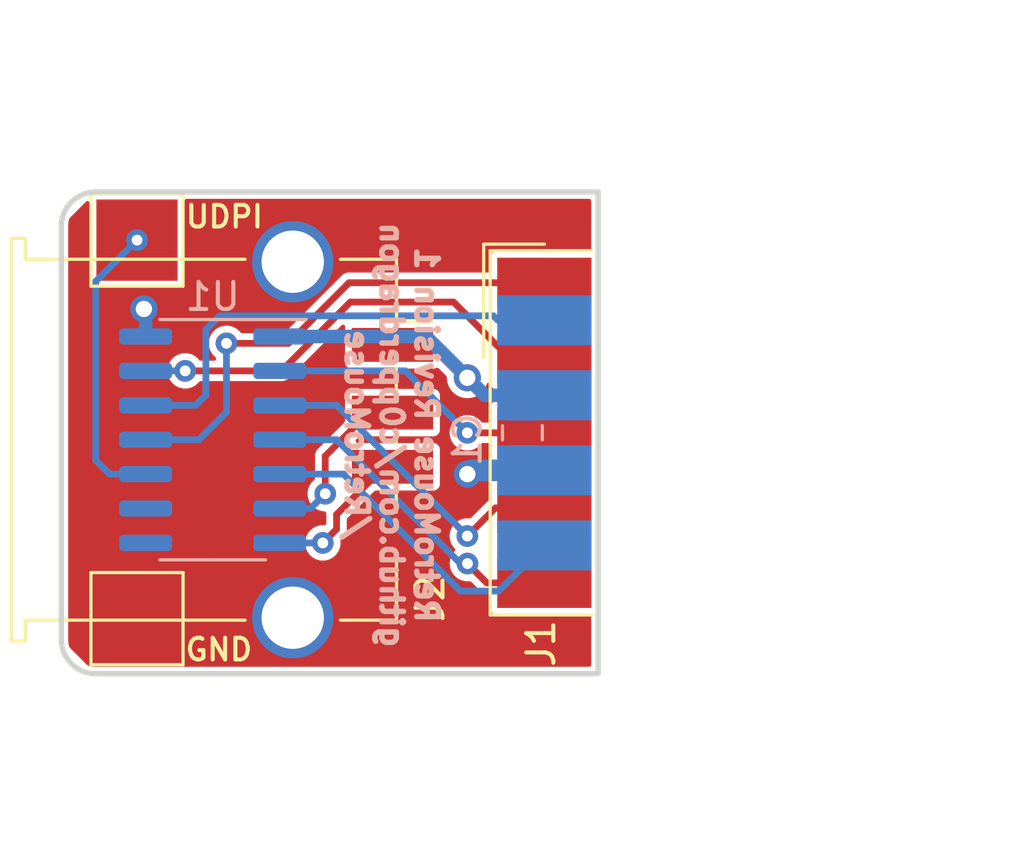
<source format=kicad_pcb>
(kicad_pcb (version 20211014) (generator pcbnew)
  (title_block (title "RetroMouse") (rev "1"))
  (layers (0 "F.Cu" signal) (31 "B.Cu" signal) (34 "B.Paste" user) (35 "F.Paste" user) (36 "B.SilkS" user "B.Silkscreen") (37 "F.SilkS" user "F.Silkscreen") (38 "B.Mask" user) (39 "F.Mask" user) (44 "Edge.Cuts" user))
  (net 0 "")
  (net 1 "+5V")
  (net 2 "GND")
  (net 3 "Net-(J1-Pad1)")
  (net 4 "Net-(J1-Pad2)")
  (net 5 "Net-(J1-Pad3)")
  (net 6 "Net-(J1-Pad4)")
  (net 7 "Net-(J1-Pad5)")
  (net 8 "Net-(J1-Pad6)")
  (net 9 "Net-(J1-Pad9)")
  (net 10 "/DATA")
  (net 11 "/CLOCK")
  (net 14 "/UDPI")
  (footprint "TestPoint:TestPoint_Pad_3.0x3.0mm" (layer "F.Cu") (at 160.782 98.298)
    (fp_text reference "J3" hide)
    (fp_text value "Conn_01x01")
    (fp_text user "GND" (at 3.0226 1.143) (layer "F.SilkS") (effects (font (size 0.8 0.8))))
    (fp_line (start -1.7 1.7) (end -1.7 -1.7) (layer "F.SilkS") (width 0.12))
    (fp_line (start 1.7 -1.7) (end 1.7 1.7) (layer "F.SilkS") (width 0.12))
    (fp_line (start 1.7 1.7) (end -1.7 1.7) (layer "F.SilkS") (width 0.12))
    (fp_line (start -1.7 -1.7) (end 1.7 -1.7) (layer "F.SilkS") (width 0.12))
    (pad "1" smd rect (at 0 0) (size 3 3) (layers "F.Cu" "F.Mask") (net 2 "GND"))
  )
  (footprint "Connector_Dsub:DSUB-9_Female_EdgeMount_P2.77mm" (layer "F.Cu") (at 175.8175 91.44 90)
    (fp_text reference "J1" (at -7.7724 -0.1257 90) (layer "F.SilkS"))
    (fp_text value "DB9_Female")
    (fp_line (start 6.963333 0) (end 6.963333 -2.24) (layer "F.SilkS") (width 0.12))
    (fp_line (start -6.723333 -2) (end -6.723333 1.74) (layer "F.SilkS") (width 0.12))
    (fp_line (start 6.723333 1.74) (end 6.723333 -2) (layer "F.SilkS") (width 0.12))
    (fp_line (start 6.963333 -2.24) (end 2.77 -2.24) (layer "F.SilkS") (width 0.12))
    (fp_line (start 6.723333 -2) (end -6.723333 -2) (layer "F.SilkS") (width 0.12))
    (pad "1" smd rect (at 5.54 0 90) (size 1.846667 3.48) (layers "F.Cu" "F.Paste" "F.Mask") (net 3 "Net-(J1-Pad1)"))
    (pad "2" smd rect (at 2.77 0 90) (size 1.846667 3.48) (layers "F.Cu" "F.Paste" "F.Mask") (net 4 "Net-(J1-Pad2)"))
    (pad "3" smd rect (at 0 0 90) (size 1.846667 3.48) (layers "F.Cu" "F.Paste" "F.Mask") (net 5 "Net-(J1-Pad3)"))
    (pad "4" smd rect (at -2.77 0 90) (size 1.846667 3.48) (layers "F.Cu" "F.Paste" "F.Mask") (net 6 "Net-(J1-Pad4)"))
    (pad "5" smd rect (at -5.54 0 90) (size 1.846667 3.48) (layers "F.Cu" "F.Paste" "F.Mask") (net 7 "Net-(J1-Pad5)"))
    (pad "6" smd rect (at 4.155 0 90) (size 1.846667 3.48) (layers "B.Cu" "B.Paste" "B.Mask") (net 8 "Net-(J1-Pad6)"))
    (pad "7" smd rect (at 1.385 0 90) (size 1.846667 3.48) (layers "B.Cu" "B.Paste" "B.Mask") (net 1 "+5V"))
    (pad "8" smd rect (at -1.385 0 90) (size 1.846667 3.48) (layers "B.Cu" "B.Paste" "B.Mask") (net 2 "GND"))
    (pad "9" smd rect (at -4.155 0 90) (size 1.846667 3.48) (layers "B.Cu" "B.Paste" "B.Mask") (net 9 "Net-(J1-Pad9)"))
  )
  (footprint "Connector_USB:USB_A_TE_292303-7_Horizontal" (layer "F.Cu") (at 163.83 91.694 -90)
    (fp_text reference "J2" (at 5.8674 -7.7724 90) (layer "F.SilkS"))
    (fp_text value "USB_A")
    (fp_line (start -2.67 -6.52) (end -1.85 -6.52) (layer "F.SilkS") (width 0.12))
    (fp_line (start 7.43 7.17) (end 6.66 7.17) (layer "F.SilkS") (width 0.12))
    (fp_line (start 7.43 7.69) (end 7.43 7.17) (layer "F.SilkS") (width 0.12))
    (fp_line (start -7.43 7.69) (end 7.43 7.69) (layer "F.SilkS") (width 0.12))
    (fp_line (start -4.35 -7.82) (end -4.35 -6.53) (layer "F.SilkS") (width 0.12))
    (fp_line (start 1.85 -6.52) (end 2.67 -6.52) (layer "F.SilkS") (width 0.12))
    (fp_line (start -6.66 7.17) (end -6.66 -0.94) (layer "F.SilkS") (width 0.12))
    (fp_line (start 6.66 -0.94) (end 6.66 7.17) (layer "F.SilkS") (width 0.12))
    (fp_line (start -7.43 7.17) (end -7.43 7.69) (layer "F.SilkS") (width 0.12))
    (fp_line (start -6.66 -6.53) (end -4.35 -6.53) (layer "F.SilkS") (width 0.12))
    (fp_line (start 4.35 -6.53) (end 6.66 -6.53) (layer "F.SilkS") (width 0.12))
    (fp_line (start -0.17 -6.52) (end 0.17 -6.52) (layer "F.SilkS") (width 0.12))
    (fp_line (start -6.66 -6.53) (end -6.66 -4.46) (layer "F.SilkS") (width 0.12))
    (fp_line (start 6.66 -6.53) (end 6.66 -4.46) (layer "F.SilkS") (width 0.12))
    (fp_line (start -6.66 7.17) (end -7.43 7.17) (layer "F.SilkS") (width 0.12))
    (pad "1" smd rect (at -3.5 -6.38 270) (size 1.25 3) (layers "F.Cu" "F.Paste" "F.Mask") (net 1 "+5V"))
    (pad "2" smd rect (at -1 -6.38 270) (size 1.25 3) (layers "F.Cu" "F.Paste" "F.Mask") (net 10 "/DATA"))
    (pad "3" smd rect (at 1 -6.38 270) (size 1.25 3) (layers "F.Cu" "F.Paste" "F.Mask") (net 11 "/CLOCK"))
    (pad "4" smd rect (at 3.5 -6.38 270) (size 1.25 3) (layers "F.Cu" "F.Paste" "F.Mask") (net 2 "GND"))
    (pad "5" thru_hole circle (at -6.57 -2.7 270) (size 3 3) (drill 2.3) (layers *.Cu *.Mask) (net 2 "GND"))
    (pad "5" thru_hole circle (at 6.57 -2.7 270) (size 3 3) (drill 2.3) (layers *.Cu *.Mask) (net 2 "GND"))
  )
  (footprint "TestPoint:TestPoint_Pad_3.0x3.0mm" (layer "F.Cu") (at 160.782 84.328)
    (fp_text reference "J4" hide)
    (fp_text value "Conn_01x01")
    (fp_text user "UDPI" (at 3.2258 -0.8636) (layer "F.SilkS") (effects (font (size 0.8 0.8))))
    (fp_line (start -1.7 -1.7) (end 1.7 -1.7) (layer "F.SilkS") (width 0.12))
    (fp_line (start -1.7 1.7) (end -1.7 -1.7) (layer "F.SilkS") (width 0.12))
    (fp_line (start 1.7 -1.7) (end 1.7 1.7) (layer "F.SilkS") (width 0.12))
    (fp_line (start 1.7 1.7) (end -1.7 1.7) (layer "F.SilkS") (width 0.12))
    (pad "1" smd rect (at 0 0) (size 3 3) (layers "F.Cu" "F.Mask") (net 14 "/UDPI"))
  )
  (footprint "Capacitor_SMD:C_0805_2012Metric_Pad1.18x1.45mm_HandSolder" (layer "B.Cu") (at 175.006 91.44 -90)
    (fp_text reference "C1" (at 0.254 2.032 90) (layer "B.SilkS") (effects (justify mirror)))
    (fp_text value "10uF")
    (fp_line (start -0.261252 0.735) (end 0.261252 0.735) (layer "B.SilkS") (width 0.12))
    (fp_line (start -0.261252 -0.735) (end 0.261252 -0.735) (layer "B.SilkS") (width 0.12))
    (pad "1" smd roundrect (at -1.0375 0 270) (size 1.175 1.45) (layers "B.Cu" "B.Paste" "B.Mask") (roundrect_rratio 0.2127659574) (net 1 "+5V"))
    (pad "2" smd roundrect (at 1.0375 0 270) (size 1.175 1.45) (layers "B.Cu" "B.Paste" "B.Mask") (roundrect_rratio 0.2127659574) (net 2 "GND"))
  )
  (footprint "Package_SO:SOIC-14_3.9x8.7mm_P1.27mm" (layer "B.Cu") (at 163.576 91.694 180)
    (fp_text reference "U1" (at 0 5.28) (layer "B.SilkS") (effects (justify mirror)))
    (fp_text value "ATtiny1604-SS")
    (fp_line (start 0 4.435) (end 1.95 4.435) (layer "B.SilkS") (width 0.12))
    (fp_line (start 0 -4.435) (end 1.95 -4.435) (layer "B.SilkS") (width 0.12))
    (fp_line (start 0 4.435) (end -3.45 4.435) (layer "B.SilkS") (width 0.12))
    (fp_line (start 0 -4.435) (end -1.95 -4.435) (layer "B.SilkS") (width 0.12))
    (pad "1" smd roundrect (at -2.475 3.81 180) (size 1.95 0.6) (layers "B.Cu" "B.Paste" "B.Mask") (net 1 "+5V"))
    (pad "2" smd roundrect (at -2.475 2.54 180) (size 1.95 0.6) (layers "B.Cu" "B.Paste" "B.Mask") (net 5 "Net-(J1-Pad3)"))
    (pad "3" smd roundrect (at -2.475 1.27 180) (size 1.95 0.6) (layers "B.Cu" "B.Paste" "B.Mask") (net 6 "Net-(J1-Pad4)"))
    (pad "4" smd roundrect (at -2.475 0 180) (size 1.95 0.6) (layers "B.Cu" "B.Paste" "B.Mask") (net 7 "Net-(J1-Pad5)"))
    (pad "5" smd roundrect (at -2.475 -1.27 180) (size 1.95 0.6) (layers "B.Cu" "B.Paste" "B.Mask") (net 9 "Net-(J1-Pad9)"))
    (pad "6" smd roundrect (at -2.475 -2.54 180) (size 1.95 0.6) (layers "B.Cu" "B.Paste" "B.Mask") (net 10 "/DATA"))
    (pad "7" smd roundrect (at -2.475 -3.81 180) (size 1.95 0.6) (layers "B.Cu" "B.Paste" "B.Mask") (net 11 "/CLOCK"))
    (pad "8" smd roundrect (at 2.475 -3.81 180) (size 1.95 0.6) (layers "B.Cu" "B.Paste" "B.Mask"))
    (pad "9" smd roundrect (at 2.475 -2.54 180) (size 1.95 0.6) (layers "B.Cu" "B.Paste" "B.Mask"))
    (pad "10" smd roundrect (at 2.475 -1.27 180) (size 1.95 0.6) (layers "B.Cu" "B.Paste" "B.Mask") (net 14 "/UDPI"))
    (pad "11" smd roundrect (at 2.475 0 180) (size 1.95 0.6) (layers "B.Cu" "B.Paste" "B.Mask") (net 3 "Net-(J1-Pad1)"))
    (pad "12" smd roundrect (at 2.475 1.27 180) (size 1.95 0.6) (layers "B.Cu" "B.Paste" "B.Mask") (net 8 "Net-(J1-Pad6)"))
    (pad "13" smd roundrect (at 2.475 2.54 180) (size 1.95 0.6) (layers "B.Cu" "B.Paste" "B.Mask") (net 4 "Net-(J1-Pad2)"))
    (pad "14" smd roundrect (at 2.475 3.81 180) (size 1.95 0.6) (layers "B.Cu" "B.Paste" "B.Mask") (net 2 "GND"))
  )
  (gr_arc (start 157.988 83.82) (mid 158.359974 82.921974) (end 159.258 82.55) (layer "Edge.Cuts") (width 0.2))
  (gr_line (start 157.988 99.06) (end 157.988 83.82) (layer "Edge.Cuts") (width 0.2))
  (gr_arc (start 159.258 100.33) (mid 158.359974 99.958026) (end 157.988 99.06) (layer "Edge.Cuts") (width 0.2))
  (gr_line (start 177.8 82.55) (end 177.8 100.33) (layer "Edge.Cuts") (width 0.2))
  (gr_line (start 177.8 82.55) (end 159.258 82.55) (layer "Edge.Cuts") (width 0.2))
  (gr_line (start 177.8 100.33) (end 159.258 100.33) (layer "Edge.Cuts") (width 0.2))
  (gr_text "RetroMouse Revision 1\ngithub.com/c0pperdragon\n/RetroMouse" (at 170.18 91.5162 -90) (layer "B.SilkS") (effects (font (size 0.8 0.8) (thickness 0.2)) (justify mirror)))
  (segment (start 171.76 88.194) (end 170.21 88.194) (width 0.5) (layer "F.Cu") (net 1))
  (segment (start 172.974 89.408) (end 171.76 88.194) (width 0.5) (layer "F.Cu") (net 1))
  (via (at 172.974 89.408) (size 1) (drill 0.6) (layers "F.Cu" "B.Cu") (net 1))
  (segment (start 166.37 87.884) (end 171.45 87.884) (width 0.5) (layer "B.Cu") (net 1))
  (segment (start 173.621 90.055) (end 175.8175 90.055) (width 0.5) (layer "B.Cu") (net 1))
  (segment (start 172.974 89.408) (end 173.621 90.055) (width 0.5) (layer "B.Cu") (net 1))
  (segment (start 166.37 87.884) (end 166.051 87.884) (width 0.25) (layer "B.Cu") (net 1))
  (segment (start 171.45 87.884) (end 172.974 89.408) (width 0.5) (layer "B.Cu") (net 1))
  (via (at 172.974 92.964) (size 1) (drill 0.6) (layers "F.Cu" "B.Cu") (net 2))
  (via (at 161.036 86.868) (size 1) (drill 0.6) (layers "F.Cu" "B.Cu") (net 2))
  (segment (start 172.974 92.964) (end 173.113 92.825) (width 0.25) (layer "B.Cu") (net 2))
  (segment (start 161.036 86.744) (end 161.036 86.868) (width 0.25) (layer "B.Cu") (net 2))
  (segment (start 173.113 92.825) (end 175.8175 92.825) (width 0.8) (layer "B.Cu") (net 2))
  (segment (start 161.101 86.679) (end 161.036 86.744) (width 0.25) (layer "B.Cu") (net 2))
  (segment (start 161.101 87.884) (end 161.101 86.679) (width 0.5) (layer "B.Cu") (net 2))
  (segment (start 166.37 88.138) (end 168.608 85.9) (width 0.25) (layer "F.Cu") (net 3))
  (segment (start 168.608 85.9) (end 175.8175 85.9) (width 0.25) (layer "F.Cu") (net 3))
  (segment (start 164.084 88.138) (end 166.37 88.138) (width 0.25) (layer "F.Cu") (net 3))
  (via (at 164.084 88.138) (size 0.8) (drill 0.4) (layers "F.Cu" "B.Cu") (net 3))
  (segment (start 163.068 91.694) (end 161.101 91.694) (width 0.25) (layer "B.Cu") (net 3))
  (segment (start 164.084 88.138) (end 164.084 90.678) (width 0.25) (layer "B.Cu") (net 3))
  (segment (start 164.084 90.678) (end 163.068 91.694) (width 0.25) (layer "B.Cu") (net 3))
  (segment (start 168.656 86.614) (end 172.466 86.614) (width 0.25) (layer "F.Cu") (net 4))
  (segment (start 172.466 86.614) (end 174.522 88.67) (width 0.25) (layer "F.Cu") (net 4))
  (segment (start 162.56 89.154) (end 166.116 89.154) (width 0.25) (layer "F.Cu") (net 4))
  (segment (start 174.522 88.67) (end 175.8175 88.67) (width 0.25) (layer "F.Cu") (net 4))
  (segment (start 166.116 89.154) (end 168.656 86.614) (width 0.25) (layer "F.Cu") (net 4))
  (via (at 162.56 89.154) (size 0.8) (drill 0.4) (layers "F.Cu" "B.Cu") (net 4))
  (segment (start 162.56 89.154) (end 161.101 89.154) (width 0.25) (layer "B.Cu") (net 4))
  (segment (start 172.974 91.44) (end 175.8175 91.44) (width 0.25) (layer "F.Cu") (net 5))
  (via (at 172.974 91.44) (size 0.8) (drill 0.4) (layers "F.Cu" "B.Cu") (net 5))
  (segment (start 170.688 89.154) (end 172.974 91.44) (width 0.25) (layer "B.Cu") (net 5))
  (segment (start 166.051 89.154) (end 170.688 89.154) (width 0.25) (layer "B.Cu") (net 5))
  (segment (start 174.014 94.21) (end 175.8175 94.21) (width 0.25) (layer "F.Cu") (net 6))
  (segment (start 172.974 95.25) (end 174.014 94.21) (width 0.25) (layer "F.Cu") (net 6))
  (via (at 172.974 95.25) (size 0.8) (drill 0.4) (layers "F.Cu" "B.Cu") (net 6))
  (segment (start 168.148 90.424) (end 166.051 90.424) (width 0.25) (layer "B.Cu") (net 6))
  (segment (start 172.974 95.25) (end 168.148 90.424) (width 0.25) (layer "B.Cu") (net 6))
  (segment (start 173.692299 96.98) (end 175.8175 96.98) (width 0.25) (layer "F.Cu") (net 7))
  (segment (start 172.978299 96.266) (end 173.692299 96.98) (width 0.25) (layer "F.Cu") (net 7))
  (via (at 172.978299 96.266) (size 0.8) (drill 0.4) (layers "F.Cu" "B.Cu") (net 7))
  (segment (start 172.72 96.266) (end 168.148 91.694) (width 0.25) (layer "B.Cu") (net 7))
  (segment (start 168.148 91.694) (end 166.051 91.694) (width 0.25) (layer "B.Cu") (net 7))
  (segment (start 172.978299 96.266) (end 172.72 96.266) (width 0.25) (layer "B.Cu") (net 7))
  (segment (start 162.941 90.424) (end 163.322 90.043) (width 0.25) (layer "B.Cu") (net 8))
  (segment (start 163.83 87.122) (end 173.936299 87.122) (width 0.25) (layer "B.Cu") (net 8))
  (segment (start 173.936299 87.122) (end 174.099299 87.285) (width 0.25) (layer "B.Cu") (net 8))
  (segment (start 163.322 90.043) (end 163.322 87.63) (width 0.25) (layer "B.Cu") (net 8))
  (segment (start 163.322 87.63) (end 163.83 87.122) (width 0.25) (layer "B.Cu") (net 8))
  (segment (start 174.099299 87.285) (end 175.8175 87.285) (width 0.25) (layer "B.Cu") (net 8))
  (segment (start 161.101 90.424) (end 162.941 90.424) (width 0.25) (layer "B.Cu") (net 8))
  (segment (start 172.72 97.282) (end 174.1305 97.282) (width 0.25) (layer "B.Cu") (net 9))
  (segment (start 166.051 92.964) (end 168.402 92.964) (width 0.25) (layer "B.Cu") (net 9))
  (segment (start 174.1305 97.282) (end 175.8175 95.595) (width 0.25) (layer "B.Cu") (net 9))
  (segment (start 168.402 92.964) (end 172.72 97.282) (width 0.25) (layer "B.Cu") (net 9))
  (segment (start 167.729463 92.299537) (end 169.335 90.694) (width 0.25) (layer "F.Cu") (net 10))
  (segment (start 169.335 90.694) (end 170.21 90.694) (width 0.25) (layer "F.Cu") (net 10))
  (segment (start 167.729463 93.6885) (end 167.729463 92.299537) (width 0.25) (layer "F.Cu") (net 10))
  (via (at 167.729463 93.6885) (size 0.8) (drill 0.4) (layers "F.Cu" "B.Cu") (net 10))
  (segment (start 166.051 94.234) (end 167.183963 94.234) (width 0.25) (layer "B.Cu") (net 10))
  (segment (start 167.183963 94.234) (end 167.729463 93.6885) (width 0.25) (layer "B.Cu") (net 10))
  (segment (start 167.64 95.504) (end 168.148 94.996) (width 0.25) (layer "F.Cu") (net 11))
  (segment (start 168.148 94.996) (end 168.148 94.454) (width 0.25) (layer "F.Cu") (net 11))
  (segment (start 169.908 92.694) (end 170.21 92.694) (width 0.25) (layer "F.Cu") (net 11))
  (segment (start 168.148 94.454) (end 169.908 92.694) (width 0.25) (layer "F.Cu") (net 11))
  (via (at 167.64 95.504) (size 0.8) (drill 0.4) (layers "F.Cu" "B.Cu") (net 11))
  (segment (start 166.051 95.504) (end 167.64 95.504) (width 0.25) (layer "B.Cu") (net 11))
  (via (at 160.782 84.328) (size 0.8) (drill 0.4) (layers "F.Cu" "B.Cu") (net 14))
  (segment (start 161.101 92.964) (end 159.766 92.964) (width 0.25) (layer "B.Cu") (net 14))
  (segment (start 159.258 92.456) (end 159.258 85.852) (width 0.25) (layer "B.Cu") (net 14))
  (segment (start 159.258 85.852) (end 160.782 84.328) (width 0.25) (layer "B.Cu") (net 14))
  (segment (start 159.766 92.964) (end 159.258 92.456) (width 0.25) (layer "B.Cu") (net 14))
  (zone (net 2) (net_name "GND") (layer "F.Cu") (connect_pads yes (clearance 0.25)) (min_thickness 0.15) (fill yes (thermal_gap 0.508) (thermal_bridge_width 0.508))
    (polygon (pts (xy 177.8 100.076) (xy 159.004 100.076) (xy 158.242 99.314) (xy 158.242 83.566) (xy 159.004 82.804) (xy 177.8 82.804)))
  )
)
</source>
